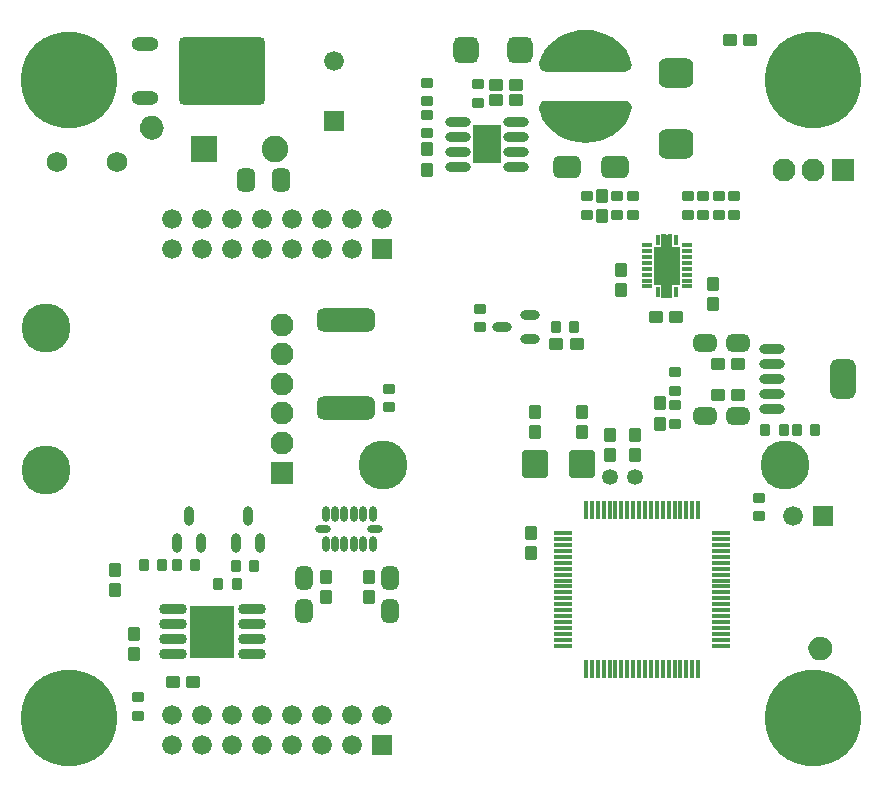
<source format=gts>
%FSLAX24Y24*%
%MOIN*%
G70*
G01*
G75*
G04 Layer_Color=8388736*
%ADD10C,0.0098*%
%ADD11C,0.0079*%
%ADD12C,0.0472*%
G04:AMPARAMS|DCode=13|XSize=189mil|YSize=70.9mil|CornerRadius=17.7mil|HoleSize=0mil|Usage=FLASHONLY|Rotation=180.000|XOffset=0mil|YOffset=0mil|HoleType=Round|Shape=RoundedRectangle|*
%AMROUNDEDRECTD13*
21,1,0.1890,0.0354,0,0,180.0*
21,1,0.1535,0.0709,0,0,180.0*
1,1,0.0354,-0.0768,0.0177*
1,1,0.0354,0.0768,0.0177*
1,1,0.0354,0.0768,-0.0177*
1,1,0.0354,-0.0768,-0.0177*
%
%ADD13ROUNDEDRECTD13*%
G04:AMPARAMS|DCode=14|XSize=41mil|YSize=36mil|CornerRadius=1.8mil|HoleSize=0mil|Usage=FLASHONLY|Rotation=180.000|XOffset=0mil|YOffset=0mil|HoleType=Round|Shape=RoundedRectangle|*
%AMROUNDEDRECTD14*
21,1,0.0410,0.0324,0,0,180.0*
21,1,0.0374,0.0360,0,0,180.0*
1,1,0.0036,-0.0187,0.0162*
1,1,0.0036,0.0187,0.0162*
1,1,0.0036,0.0187,-0.0162*
1,1,0.0036,-0.0187,-0.0162*
%
%ADD14ROUNDEDRECTD14*%
%ADD15O,0.0281X0.0591*%
%ADD16R,0.0906X0.1220*%
%ADD17O,0.0787X0.0295*%
G04:AMPARAMS|DCode=18|XSize=28mil|YSize=35.8mil|CornerRadius=2.8mil|HoleSize=0mil|Usage=FLASHONLY|Rotation=0.000|XOffset=0mil|YOffset=0mil|HoleType=Round|Shape=RoundedRectangle|*
%AMROUNDEDRECTD18*
21,1,0.0280,0.0302,0,0,0.0*
21,1,0.0224,0.0358,0,0,0.0*
1,1,0.0056,0.0112,-0.0151*
1,1,0.0056,-0.0112,-0.0151*
1,1,0.0056,-0.0112,0.0151*
1,1,0.0056,0.0112,0.0151*
%
%ADD18ROUNDEDRECTD18*%
G04:AMPARAMS|DCode=19|XSize=41mil|YSize=36mil|CornerRadius=1.8mil|HoleSize=0mil|Usage=FLASHONLY|Rotation=270.000|XOffset=0mil|YOffset=0mil|HoleType=Round|Shape=RoundedRectangle|*
%AMROUNDEDRECTD19*
21,1,0.0410,0.0324,0,0,270.0*
21,1,0.0374,0.0360,0,0,270.0*
1,1,0.0036,-0.0162,-0.0187*
1,1,0.0036,-0.0162,0.0187*
1,1,0.0036,0.0162,0.0187*
1,1,0.0036,0.0162,-0.0187*
%
%ADD19ROUNDEDRECTD19*%
G04:AMPARAMS|DCode=20|XSize=70.9mil|YSize=51.2mil|CornerRadius=12.8mil|HoleSize=0mil|Usage=FLASHONLY|Rotation=270.000|XOffset=0mil|YOffset=0mil|HoleType=Round|Shape=RoundedRectangle|*
%AMROUNDEDRECTD20*
21,1,0.0709,0.0256,0,0,270.0*
21,1,0.0453,0.0512,0,0,270.0*
1,1,0.0256,-0.0128,-0.0226*
1,1,0.0256,-0.0128,0.0226*
1,1,0.0256,0.0128,0.0226*
1,1,0.0256,0.0128,-0.0226*
%
%ADD20ROUNDEDRECTD20*%
G04:AMPARAMS|DCode=21|XSize=55.1mil|YSize=70.9mil|CornerRadius=13.8mil|HoleSize=0mil|Usage=FLASHONLY|Rotation=0.000|XOffset=0mil|YOffset=0mil|HoleType=Round|Shape=RoundedRectangle|*
%AMROUNDEDRECTD21*
21,1,0.0551,0.0433,0,0,0.0*
21,1,0.0276,0.0709,0,0,0.0*
1,1,0.0276,0.0138,-0.0217*
1,1,0.0276,-0.0138,-0.0217*
1,1,0.0276,-0.0138,0.0217*
1,1,0.0276,0.0138,0.0217*
%
%ADD21ROUNDEDRECTD21*%
G04:AMPARAMS|DCode=22|XSize=70.9mil|YSize=51.2mil|CornerRadius=12.8mil|HoleSize=0mil|Usage=FLASHONLY|Rotation=180.000|XOffset=0mil|YOffset=0mil|HoleType=Round|Shape=RoundedRectangle|*
%AMROUNDEDRECTD22*
21,1,0.0709,0.0256,0,0,180.0*
21,1,0.0453,0.0512,0,0,180.0*
1,1,0.0256,-0.0226,0.0128*
1,1,0.0256,0.0226,0.0128*
1,1,0.0256,0.0226,-0.0128*
1,1,0.0256,-0.0226,-0.0128*
%
%ADD22ROUNDEDRECTD22*%
G04:AMPARAMS|DCode=23|XSize=94.5mil|YSize=110.2mil|CornerRadius=23.6mil|HoleSize=0mil|Usage=FLASHONLY|Rotation=270.000|XOffset=0mil|YOffset=0mil|HoleType=Round|Shape=RoundedRectangle|*
%AMROUNDEDRECTD23*
21,1,0.0945,0.0630,0,0,270.0*
21,1,0.0472,0.1102,0,0,270.0*
1,1,0.0472,-0.0315,-0.0236*
1,1,0.0472,-0.0315,0.0236*
1,1,0.0472,0.0315,0.0236*
1,1,0.0472,0.0315,-0.0236*
%
%ADD23ROUNDEDRECTD23*%
%ADD24O,0.0217X0.0492*%
%ADD25O,0.0492X0.0217*%
G04:AMPARAMS|DCode=26|XSize=126mil|YSize=80.7mil|CornerRadius=20.2mil|HoleSize=0mil|Usage=FLASHONLY|Rotation=90.000|XOffset=0mil|YOffset=0mil|HoleType=Round|Shape=RoundedRectangle|*
%AMROUNDEDRECTD26*
21,1,0.1260,0.0404,0,0,90.0*
21,1,0.0856,0.0807,0,0,90.0*
1,1,0.0404,0.0202,0.0428*
1,1,0.0404,0.0202,-0.0428*
1,1,0.0404,-0.0202,-0.0428*
1,1,0.0404,-0.0202,0.0428*
%
%ADD26ROUNDEDRECTD26*%
%ADD27O,0.0807X0.0256*%
%ADD28O,0.0335X0.0118*%
%ADD29O,0.0118X0.0335*%
%ADD30R,0.0394X0.0787*%
%ADD31O,0.0118X0.0591*%
%ADD32O,0.0591X0.0118*%
%ADD33R,0.0394X0.0394*%
G04:AMPARAMS|DCode=34|XSize=90.6mil|YSize=82.7mil|CornerRadius=12.4mil|HoleSize=0mil|Usage=FLASHONLY|Rotation=270.000|XOffset=0mil|YOffset=0mil|HoleType=Round|Shape=RoundedRectangle|*
%AMROUNDEDRECTD34*
21,1,0.0906,0.0579,0,0,270.0*
21,1,0.0657,0.0827,0,0,270.0*
1,1,0.0248,-0.0289,-0.0329*
1,1,0.0248,-0.0289,0.0329*
1,1,0.0248,0.0289,0.0329*
1,1,0.0248,0.0289,-0.0329*
%
%ADD34ROUNDEDRECTD34*%
G04:AMPARAMS|DCode=35|XSize=28mil|YSize=35.8mil|CornerRadius=2.8mil|HoleSize=0mil|Usage=FLASHONLY|Rotation=90.000|XOffset=0mil|YOffset=0mil|HoleType=Round|Shape=RoundedRectangle|*
%AMROUNDEDRECTD35*
21,1,0.0280,0.0302,0,0,90.0*
21,1,0.0224,0.0358,0,0,90.0*
1,1,0.0056,0.0151,0.0112*
1,1,0.0056,0.0151,-0.0112*
1,1,0.0056,-0.0151,-0.0112*
1,1,0.0056,-0.0151,0.0112*
%
%ADD35ROUNDEDRECTD35*%
%ADD36O,0.0591X0.0281*%
G04:AMPARAMS|DCode=37|XSize=86.6mil|YSize=68.9mil|CornerRadius=17.2mil|HoleSize=0mil|Usage=FLASHONLY|Rotation=180.000|XOffset=0mil|YOffset=0mil|HoleType=Round|Shape=RoundedRectangle|*
%AMROUNDEDRECTD37*
21,1,0.0866,0.0344,0,0,180.0*
21,1,0.0522,0.0689,0,0,180.0*
1,1,0.0344,-0.0261,0.0172*
1,1,0.0344,0.0261,0.0172*
1,1,0.0344,0.0261,-0.0172*
1,1,0.0344,-0.0261,-0.0172*
%
%ADD37ROUNDEDRECTD37*%
G04:AMPARAMS|DCode=38|XSize=82.7mil|YSize=78.7mil|CornerRadius=19.7mil|HoleSize=0mil|Usage=FLASHONLY|Rotation=90.000|XOffset=0mil|YOffset=0mil|HoleType=Round|Shape=RoundedRectangle|*
%AMROUNDEDRECTD38*
21,1,0.0827,0.0394,0,0,90.0*
21,1,0.0433,0.0787,0,0,90.0*
1,1,0.0394,0.0197,0.0217*
1,1,0.0394,0.0197,-0.0217*
1,1,0.0394,-0.0197,-0.0217*
1,1,0.0394,-0.0197,0.0217*
%
%ADD38ROUNDEDRECTD38*%
%ADD39O,0.0846X0.0394*%
G04:AMPARAMS|DCode=40|XSize=279.5mil|YSize=218.5mil|CornerRadius=10.9mil|HoleSize=0mil|Usage=FLASHONLY|Rotation=0.000|XOffset=0mil|YOffset=0mil|HoleType=Round|Shape=RoundedRectangle|*
%AMROUNDEDRECTD40*
21,1,0.2795,0.1967,0,0,0.0*
21,1,0.2577,0.2185,0,0,0.0*
1,1,0.0219,0.1288,-0.0983*
1,1,0.0219,-0.1288,-0.0983*
1,1,0.0219,-0.1288,0.0983*
1,1,0.0219,0.1288,0.0983*
%
%ADD40ROUNDEDRECTD40*%
%ADD41R,0.1417X0.1693*%
%ADD42O,0.0866X0.0295*%
%ADD43C,0.0157*%
%ADD44C,0.0197*%
%ADD45C,0.0118*%
%ADD46C,0.0394*%
%ADD47C,0.0315*%
%ADD48C,0.0276*%
%ADD49C,0.0709*%
%ADD50R,0.0709X0.0709*%
%ADD51C,0.1575*%
%ADD52C,0.3150*%
%ADD53C,0.0600*%
%ADD54R,0.0600X0.0600*%
%ADD55C,0.0630*%
%ADD56C,0.0827*%
%ADD57R,0.0827X0.0827*%
%ADD58R,0.0600X0.0600*%
%ADD59R,0.0709X0.0709*%
%ADD60C,0.0315*%
%ADD61C,0.0394*%
%ADD62C,0.0236*%
%ADD63C,0.0400*%
%ADD64C,0.0872*%
G04:AMPARAMS|DCode=65|XSize=78.74mil|YSize=78.74mil|CornerRadius=0mil|HoleSize=0mil|Usage=FLASHONLY|Rotation=0.000|XOffset=0mil|YOffset=0mil|HoleType=Round|Shape=Relief|Width=10mil|Gap=7.9mil|Entries=4|*
%AMTHD65*
7,0,0,0.0787,0.0630,0.0100,45*
%
%ADD65THD65*%
%ADD66C,0.1975*%
%ADD67C,0.2959*%
G04:AMPARAMS|DCode=68|XSize=69.496mil|YSize=69.496mil|CornerRadius=0mil|HoleSize=0mil|Usage=FLASHONLY|Rotation=0.000|XOffset=0mil|YOffset=0mil|HoleType=Round|Shape=Relief|Width=10mil|Gap=7.9mil|Entries=4|*
%AMTHD68*
7,0,0,0.0695,0.0537,0.0100,45*
%
%ADD68THD68*%
%ADD69C,0.0780*%
%ADD70C,0.0794*%
G04:AMPARAMS|DCode=71|XSize=86.614mil|YSize=86.614mil|CornerRadius=0mil|HoleSize=0mil|Usage=FLASHONLY|Rotation=0.000|XOffset=0mil|YOffset=0mil|HoleType=Round|Shape=Relief|Width=10mil|Gap=7.9mil|Entries=4|*
%AMTHD71*
7,0,0,0.0866,0.0709,0.0100,45*
%
%ADD71THD71*%
%ADD72C,0.0951*%
%ADD73C,0.0636*%
G04:AMPARAMS|DCode=74|XSize=47.244mil|YSize=47.244mil|CornerRadius=0mil|HoleSize=0mil|Usage=FLASHONLY|Rotation=0.000|XOffset=0mil|YOffset=0mil|HoleType=Round|Shape=Relief|Width=10mil|Gap=7.9mil|Entries=4|*
%AMTHD74*
7,0,0,0.0472,0.0315,0.0100,45*
%
%ADD74THD74*%
%ADD75C,0.0557*%
%ADD76C,0.0597*%
%ADD77C,0.0518*%
G04:AMPARAMS|DCode=78|XSize=43.307mil|YSize=43.307mil|CornerRadius=0mil|HoleSize=0mil|Usage=FLASHONLY|Rotation=0.000|XOffset=0mil|YOffset=0mil|HoleType=Round|Shape=Relief|Width=10mil|Gap=7.9mil|Entries=4|*
%AMTHD78*
7,0,0,0.0433,0.0276,0.0100,45*
%
%ADD78THD78*%
G04:AMPARAMS|DCode=79|XSize=51.181mil|YSize=51.181mil|CornerRadius=0mil|HoleSize=0mil|Usage=FLASHONLY|Rotation=0.000|XOffset=0mil|YOffset=0mil|HoleType=Round|Shape=Relief|Width=10mil|Gap=7.9mil|Entries=4|*
%AMTHD79*
7,0,0,0.0512,0.0354,0.0100,45*
%
%ADD79THD79*%
G04:AMPARAMS|DCode=80|XSize=78.7mil|YSize=86.6mil|CornerRadius=19.7mil|HoleSize=0mil|Usage=FLASHONLY|Rotation=0.000|XOffset=0mil|YOffset=0mil|HoleType=Round|Shape=RoundedRectangle|*
%AMROUNDEDRECTD80*
21,1,0.0787,0.0472,0,0,0.0*
21,1,0.0394,0.0866,0,0,0.0*
1,1,0.0394,0.0197,-0.0236*
1,1,0.0394,-0.0197,-0.0236*
1,1,0.0394,-0.0197,0.0236*
1,1,0.0394,0.0197,0.0236*
%
%ADD80ROUNDEDRECTD80*%
G04:AMPARAMS|DCode=81|XSize=47.2mil|YSize=74.8mil|CornerRadius=11.8mil|HoleSize=0mil|Usage=FLASHONLY|Rotation=270.000|XOffset=0mil|YOffset=0mil|HoleType=Round|Shape=RoundedRectangle|*
%AMROUNDEDRECTD81*
21,1,0.0472,0.0512,0,0,270.0*
21,1,0.0236,0.0748,0,0,270.0*
1,1,0.0236,-0.0256,-0.0118*
1,1,0.0236,-0.0256,0.0118*
1,1,0.0236,0.0256,0.0118*
1,1,0.0236,0.0256,-0.0118*
%
%ADD81ROUNDEDRECTD81*%
G04:AMPARAMS|DCode=82|XSize=47.2mil|YSize=74.8mil|CornerRadius=11.8mil|HoleSize=0mil|Usage=FLASHONLY|Rotation=180.000|XOffset=0mil|YOffset=0mil|HoleType=Round|Shape=RoundedRectangle|*
%AMROUNDEDRECTD82*
21,1,0.0472,0.0512,0,0,180.0*
21,1,0.0236,0.0748,0,0,180.0*
1,1,0.0236,-0.0118,0.0256*
1,1,0.0236,0.0118,0.0256*
1,1,0.0236,0.0118,-0.0256*
1,1,0.0236,-0.0118,-0.0256*
%
%ADD82ROUNDEDRECTD82*%
G04:AMPARAMS|DCode=83|XSize=86.6mil|YSize=68.9mil|CornerRadius=17.2mil|HoleSize=0mil|Usage=FLASHONLY|Rotation=90.000|XOffset=0mil|YOffset=0mil|HoleType=Round|Shape=RoundedRectangle|*
%AMROUNDEDRECTD83*
21,1,0.0866,0.0344,0,0,90.0*
21,1,0.0522,0.0689,0,0,90.0*
1,1,0.0344,0.0172,0.0261*
1,1,0.0344,0.0172,-0.0261*
1,1,0.0344,-0.0172,-0.0261*
1,1,0.0344,-0.0172,0.0261*
%
%ADD83ROUNDEDRECTD83*%
G04:AMPARAMS|DCode=84|XSize=51.2mil|YSize=72mil|CornerRadius=2.6mil|HoleSize=0mil|Usage=FLASHONLY|Rotation=90.000|XOffset=0mil|YOffset=0mil|HoleType=Round|Shape=RoundedRectangle|*
%AMROUNDEDRECTD84*
21,1,0.0512,0.0669,0,0,90.0*
21,1,0.0461,0.0720,0,0,90.0*
1,1,0.0051,0.0335,0.0230*
1,1,0.0051,0.0335,-0.0230*
1,1,0.0051,-0.0335,-0.0230*
1,1,0.0051,-0.0335,0.0230*
%
%ADD84ROUNDEDRECTD84*%
%ADD85O,0.0295X0.0800*%
G04:AMPARAMS|DCode=86|XSize=110.2mil|YSize=47.2mil|CornerRadius=11.8mil|HoleSize=0mil|Usage=FLASHONLY|Rotation=270.000|XOffset=0mil|YOffset=0mil|HoleType=Round|Shape=RoundedRectangle|*
%AMROUNDEDRECTD86*
21,1,0.1102,0.0236,0,0,270.0*
21,1,0.0866,0.0472,0,0,270.0*
1,1,0.0236,-0.0118,-0.0433*
1,1,0.0236,-0.0118,0.0433*
1,1,0.0236,0.0118,0.0433*
1,1,0.0236,0.0118,-0.0433*
%
%ADD86ROUNDEDRECTD86*%
%ADD87C,0.0070*%
%ADD88C,0.0100*%
%ADD89C,0.0236*%
%ADD90C,0.0071*%
%ADD91C,0.0067*%
%ADD92C,0.0050*%
G04:AMPARAMS|DCode=93|XSize=195mil|YSize=76.8mil|CornerRadius=20.7mil|HoleSize=0mil|Usage=FLASHONLY|Rotation=180.000|XOffset=0mil|YOffset=0mil|HoleType=Round|Shape=RoundedRectangle|*
%AMROUNDEDRECTD93*
21,1,0.1950,0.0354,0,0,180.0*
21,1,0.1535,0.0768,0,0,180.0*
1,1,0.0414,-0.0768,0.0177*
1,1,0.0414,0.0768,0.0177*
1,1,0.0414,0.0768,-0.0177*
1,1,0.0414,-0.0768,-0.0177*
%
%ADD93ROUNDEDRECTD93*%
G04:AMPARAMS|DCode=94|XSize=47mil|YSize=42mil|CornerRadius=4.8mil|HoleSize=0mil|Usage=FLASHONLY|Rotation=180.000|XOffset=0mil|YOffset=0mil|HoleType=Round|Shape=RoundedRectangle|*
%AMROUNDEDRECTD94*
21,1,0.0470,0.0324,0,0,180.0*
21,1,0.0374,0.0420,0,0,180.0*
1,1,0.0096,-0.0187,0.0162*
1,1,0.0096,0.0187,0.0162*
1,1,0.0096,0.0187,-0.0162*
1,1,0.0096,-0.0187,-0.0162*
%
%ADD94ROUNDEDRECTD94*%
%ADD95O,0.0341X0.0650*%
%ADD96R,0.0965X0.1280*%
%ADD97O,0.0847X0.0355*%
G04:AMPARAMS|DCode=98|XSize=33.9mil|YSize=41.8mil|CornerRadius=5.8mil|HoleSize=0mil|Usage=FLASHONLY|Rotation=0.000|XOffset=0mil|YOffset=0mil|HoleType=Round|Shape=RoundedRectangle|*
%AMROUNDEDRECTD98*
21,1,0.0339,0.0302,0,0,0.0*
21,1,0.0224,0.0418,0,0,0.0*
1,1,0.0116,0.0112,-0.0151*
1,1,0.0116,-0.0112,-0.0151*
1,1,0.0116,-0.0112,0.0151*
1,1,0.0116,0.0112,0.0151*
%
%ADD98ROUNDEDRECTD98*%
G04:AMPARAMS|DCode=99|XSize=47mil|YSize=42mil|CornerRadius=4.8mil|HoleSize=0mil|Usage=FLASHONLY|Rotation=270.000|XOffset=0mil|YOffset=0mil|HoleType=Round|Shape=RoundedRectangle|*
%AMROUNDEDRECTD99*
21,1,0.0470,0.0324,0,0,270.0*
21,1,0.0374,0.0420,0,0,270.0*
1,1,0.0096,-0.0162,-0.0187*
1,1,0.0096,-0.0162,0.0187*
1,1,0.0096,0.0162,0.0187*
1,1,0.0096,0.0162,-0.0187*
%
%ADD99ROUNDEDRECTD99*%
G04:AMPARAMS|DCode=100|XSize=76.8mil|YSize=57.2mil|CornerRadius=15.8mil|HoleSize=0mil|Usage=FLASHONLY|Rotation=270.000|XOffset=0mil|YOffset=0mil|HoleType=Round|Shape=RoundedRectangle|*
%AMROUNDEDRECTD100*
21,1,0.0768,0.0256,0,0,270.0*
21,1,0.0453,0.0572,0,0,270.0*
1,1,0.0316,-0.0128,-0.0226*
1,1,0.0316,-0.0128,0.0226*
1,1,0.0316,0.0128,0.0226*
1,1,0.0316,0.0128,-0.0226*
%
%ADD100ROUNDEDRECTD100*%
G04:AMPARAMS|DCode=101|XSize=61.1mil|YSize=76.8mil|CornerRadius=16.8mil|HoleSize=0mil|Usage=FLASHONLY|Rotation=0.000|XOffset=0mil|YOffset=0mil|HoleType=Round|Shape=RoundedRectangle|*
%AMROUNDEDRECTD101*
21,1,0.0611,0.0433,0,0,0.0*
21,1,0.0276,0.0768,0,0,0.0*
1,1,0.0335,0.0138,-0.0217*
1,1,0.0335,-0.0138,-0.0217*
1,1,0.0335,-0.0138,0.0217*
1,1,0.0335,0.0138,0.0217*
%
%ADD101ROUNDEDRECTD101*%
G04:AMPARAMS|DCode=102|XSize=76.8mil|YSize=57.2mil|CornerRadius=15.8mil|HoleSize=0mil|Usage=FLASHONLY|Rotation=180.000|XOffset=0mil|YOffset=0mil|HoleType=Round|Shape=RoundedRectangle|*
%AMROUNDEDRECTD102*
21,1,0.0768,0.0256,0,0,180.0*
21,1,0.0453,0.0572,0,0,180.0*
1,1,0.0316,-0.0226,0.0128*
1,1,0.0316,0.0226,0.0128*
1,1,0.0316,0.0226,-0.0128*
1,1,0.0316,-0.0226,-0.0128*
%
%ADD102ROUNDEDRECTD102*%
G04:AMPARAMS|DCode=103|XSize=100.5mil|YSize=116.2mil|CornerRadius=26.6mil|HoleSize=0mil|Usage=FLASHONLY|Rotation=270.000|XOffset=0mil|YOffset=0mil|HoleType=Round|Shape=RoundedRectangle|*
%AMROUNDEDRECTD103*
21,1,0.1005,0.0630,0,0,270.0*
21,1,0.0472,0.1162,0,0,270.0*
1,1,0.0532,-0.0315,-0.0236*
1,1,0.0532,-0.0315,0.0236*
1,1,0.0532,0.0315,0.0236*
1,1,0.0532,0.0315,-0.0236*
%
%ADD103ROUNDEDRECTD103*%
%ADD104O,0.0256X0.0532*%
%ADD105O,0.0532X0.0256*%
G04:AMPARAMS|DCode=106|XSize=132mil|YSize=86.7mil|CornerRadius=23.2mil|HoleSize=0mil|Usage=FLASHONLY|Rotation=90.000|XOffset=0mil|YOffset=0mil|HoleType=Round|Shape=RoundedRectangle|*
%AMROUNDEDRECTD106*
21,1,0.1320,0.0404,0,0,90.0*
21,1,0.0856,0.0867,0,0,90.0*
1,1,0.0463,0.0202,0.0428*
1,1,0.0463,0.0202,-0.0428*
1,1,0.0463,-0.0202,-0.0428*
1,1,0.0463,-0.0202,0.0428*
%
%ADD106ROUNDEDRECTD106*%
%ADD107O,0.0867X0.0316*%
%ADD108O,0.0374X0.0157*%
%ADD109O,0.0157X0.0374*%
%ADD110O,0.0157X0.0630*%
%ADD111O,0.0630X0.0157*%
G04:AMPARAMS|DCode=112|XSize=96.5mil|YSize=88.7mil|CornerRadius=15.4mil|HoleSize=0mil|Usage=FLASHONLY|Rotation=270.000|XOffset=0mil|YOffset=0mil|HoleType=Round|Shape=RoundedRectangle|*
%AMROUNDEDRECTD112*
21,1,0.0965,0.0579,0,0,270.0*
21,1,0.0657,0.0887,0,0,270.0*
1,1,0.0308,-0.0289,-0.0329*
1,1,0.0308,-0.0289,0.0329*
1,1,0.0308,0.0289,0.0329*
1,1,0.0308,0.0289,-0.0329*
%
%ADD112ROUNDEDRECTD112*%
G04:AMPARAMS|DCode=113|XSize=33.9mil|YSize=41.8mil|CornerRadius=5.8mil|HoleSize=0mil|Usage=FLASHONLY|Rotation=90.000|XOffset=0mil|YOffset=0mil|HoleType=Round|Shape=RoundedRectangle|*
%AMROUNDEDRECTD113*
21,1,0.0339,0.0302,0,0,90.0*
21,1,0.0224,0.0418,0,0,90.0*
1,1,0.0116,0.0151,0.0112*
1,1,0.0116,0.0151,-0.0112*
1,1,0.0116,-0.0151,-0.0112*
1,1,0.0116,-0.0151,0.0112*
%
%ADD113ROUNDEDRECTD113*%
%ADD114O,0.0650X0.0341*%
G04:AMPARAMS|DCode=115|XSize=92.6mil|YSize=74.9mil|CornerRadius=20.2mil|HoleSize=0mil|Usage=FLASHONLY|Rotation=180.000|XOffset=0mil|YOffset=0mil|HoleType=Round|Shape=RoundedRectangle|*
%AMROUNDEDRECTD115*
21,1,0.0926,0.0344,0,0,180.0*
21,1,0.0522,0.0749,0,0,180.0*
1,1,0.0404,-0.0261,0.0172*
1,1,0.0404,0.0261,0.0172*
1,1,0.0404,0.0261,-0.0172*
1,1,0.0404,-0.0261,-0.0172*
%
%ADD115ROUNDEDRECTD115*%
G04:AMPARAMS|DCode=116|XSize=88.7mil|YSize=84.7mil|CornerRadius=22.7mil|HoleSize=0mil|Usage=FLASHONLY|Rotation=90.000|XOffset=0mil|YOffset=0mil|HoleType=Round|Shape=RoundedRectangle|*
%AMROUNDEDRECTD116*
21,1,0.0887,0.0394,0,0,90.0*
21,1,0.0433,0.0847,0,0,90.0*
1,1,0.0454,0.0197,0.0217*
1,1,0.0454,0.0197,-0.0217*
1,1,0.0454,-0.0197,-0.0217*
1,1,0.0454,-0.0197,0.0217*
%
%ADD116ROUNDEDRECTD116*%
%ADD117O,0.0906X0.0454*%
G04:AMPARAMS|DCode=118|XSize=285.5mil|YSize=224.5mil|CornerRadius=13.9mil|HoleSize=0mil|Usage=FLASHONLY|Rotation=0.000|XOffset=0mil|YOffset=0mil|HoleType=Round|Shape=RoundedRectangle|*
%AMROUNDEDRECTD118*
21,1,0.2855,0.1967,0,0,0.0*
21,1,0.2577,0.2245,0,0,0.0*
1,1,0.0278,0.1288,-0.0983*
1,1,0.0278,-0.1288,-0.0983*
1,1,0.0278,-0.1288,0.0983*
1,1,0.0278,0.1288,0.0983*
%
%ADD118ROUNDEDRECTD118*%
%ADD119R,0.1477X0.1753*%
%ADD120O,0.0926X0.0355*%
%ADD121C,0.0768*%
%ADD122R,0.0768X0.0768*%
%ADD123C,0.1635*%
%ADD124C,0.3209*%
%ADD125C,0.0660*%
%ADD126R,0.0660X0.0660*%
%ADD127C,0.0690*%
%ADD128C,0.0887*%
%ADD129R,0.0887X0.0887*%
%ADD130R,0.0660X0.0660*%
%ADD131R,0.0768X0.0768*%
%ADD132C,0.0532*%
G36*
X32492Y28154D02*
X32500Y28138D01*
X32504Y28126D01*
Y27728D01*
X32748D01*
X32760Y27720D01*
X32768Y27709D01*
Y26465D01*
X32760Y26453D01*
X32744Y26445D01*
X32504D01*
Y26039D01*
X32500Y26028D01*
X32492Y26016D01*
X32480Y26010D01*
X32382D01*
X32351Y26023D01*
X32339Y26053D01*
Y26295D01*
X32307D01*
Y26053D01*
X32294Y26023D01*
X32264Y26010D01*
X32165D01*
X32150Y26024D01*
X32142Y26047D01*
Y26445D01*
X31906D01*
X31886Y26449D01*
X31878Y26469D01*
Y27709D01*
X31886Y27720D01*
X31898Y27728D01*
X32142D01*
Y28138D01*
X32150Y28154D01*
X32165Y28163D01*
X32264D01*
X32294Y28151D01*
X32307Y28120D01*
Y27878D01*
X32339D01*
Y28120D01*
X32351Y28151D01*
X32382Y28163D01*
X32480D01*
X32492Y28154D01*
D02*
G37*
G36*
X37544Y14714D02*
X37639Y14675D01*
X37722Y14612D01*
X37785Y14529D01*
X37825Y14433D01*
X37838Y14331D01*
X37825Y14228D01*
X37785Y14132D01*
X37722Y14050D01*
X37639Y13987D01*
X37544Y13947D01*
X37441Y13934D01*
X37338Y13947D01*
X37242Y13987D01*
X37160Y14050D01*
X37097Y14132D01*
X37057Y14228D01*
X37044Y14331D01*
X37057Y14433D01*
X37097Y14529D01*
X37160Y14612D01*
X37242Y14675D01*
X37338Y14714D01*
X37441Y14728D01*
X37544Y14714D01*
D02*
G37*
G36*
X15260Y32076D02*
X15356Y32037D01*
X15438Y31974D01*
X15501Y31891D01*
X15541Y31796D01*
X15555Y31693D01*
X15541Y31590D01*
X15501Y31494D01*
X15438Y31412D01*
X15356Y31349D01*
X15260Y31309D01*
X15157Y31296D01*
X15055Y31309D01*
X14959Y31349D01*
X14877Y31412D01*
X14814Y31494D01*
X14774Y31590D01*
X14760Y31693D01*
X14774Y31796D01*
X14814Y31891D01*
X14877Y31974D01*
X14959Y32037D01*
X15055Y32076D01*
X15157Y32090D01*
X15260Y32076D01*
D02*
G37*
G36*
X29831Y34942D02*
X29834Y34940D01*
X29837Y34941D01*
X30056Y34897D01*
X30058Y34895D01*
X30061Y34895D01*
X30272Y34822D01*
X30274Y34820D01*
X30277Y34820D01*
X30476Y34720D01*
X30478Y34718D01*
X30481Y34717D01*
X30665Y34591D01*
X30667Y34589D01*
X30669Y34588D01*
X30835Y34439D01*
X30836Y34437D01*
X30837Y34437D01*
X30839Y34434D01*
X30840Y34433D01*
X30842Y34432D01*
X30947Y34305D01*
X30948Y34302D01*
X30951Y34300D01*
X31035Y34158D01*
X31036Y34155D01*
X31038Y34152D01*
X31099Y33999D01*
X31099Y33998D01*
X31101Y33996D01*
X31142Y33862D01*
X31142Y33858D01*
X31144Y33854D01*
X31153Y33781D01*
X31150Y33773D01*
X31151Y33765D01*
X31133Y33694D01*
X31128Y33688D01*
X31126Y33680D01*
X31082Y33621D01*
X31075Y33616D01*
X31070Y33610D01*
X31008Y33570D01*
X31000Y33569D01*
X30993Y33564D01*
X30921Y33551D01*
X30917Y33552D01*
X30913Y33550D01*
X28307D01*
X28303Y33552D01*
X28299Y33551D01*
X28225Y33565D01*
X28218Y33569D01*
X28210Y33571D01*
X28146Y33611D01*
X28141Y33618D01*
X28134Y33622D01*
X28090Y33683D01*
X28088Y33691D01*
X28083Y33698D01*
X28063Y33771D01*
X28064Y33779D01*
X28062Y33787D01*
X28071Y33862D01*
X28073Y33866D01*
X28073Y33870D01*
X28113Y33999D01*
X28114Y34001D01*
X28114Y34002D01*
X28175Y34153D01*
X28177Y34156D01*
X28178Y34159D01*
X28261Y34299D01*
X28264Y34301D01*
X28265Y34305D01*
X28369Y34430D01*
X28370Y34430D01*
X28371Y34432D01*
X28375Y34437D01*
X28377Y34437D01*
X28378Y34439D01*
X28543Y34588D01*
X28546Y34589D01*
X28548Y34591D01*
X28732Y34717D01*
X28735Y34718D01*
X28737Y34720D01*
X28936Y34820D01*
X28939Y34820D01*
X28941Y34822D01*
X29151Y34895D01*
X29155Y34895D01*
X29157Y34897D01*
X29375Y34941D01*
X29378Y34940D01*
X29381Y34942D01*
X29603Y34956D01*
X29606Y34956D01*
X29609Y34956D01*
X29831Y34942D01*
D02*
G37*
G36*
X30909Y32590D02*
X30913Y32591D01*
X30988Y32577D01*
X30994Y32572D01*
X31003Y32571D01*
X31067Y32531D01*
X31071Y32524D01*
X31078Y32520D01*
X31123Y32459D01*
X31125Y32451D01*
X31130Y32444D01*
X31149Y32371D01*
X31148Y32363D01*
X31151Y32355D01*
X31142Y32280D01*
X31140Y32276D01*
X31140Y32272D01*
X31100Y32142D01*
X31098Y32141D01*
X31098Y32139D01*
X31038Y31988D01*
X31035Y31986D01*
X31035Y31982D01*
X30952Y31843D01*
X30949Y31841D01*
X30948Y31837D01*
X30844Y31712D01*
X30842Y31711D01*
X30842Y31710D01*
X30837Y31705D01*
X30836Y31704D01*
X30835Y31703D01*
X30669Y31554D01*
X30667Y31553D01*
X30665Y31550D01*
X30481Y31425D01*
X30478Y31424D01*
X30476Y31422D01*
X30277Y31322D01*
X30274Y31321D01*
X30272Y31319D01*
X30061Y31247D01*
X30058Y31247D01*
X30056Y31245D01*
X29837Y31201D01*
X29834Y31201D01*
X29831Y31200D01*
X29609Y31185D01*
X29606Y31186D01*
X29603Y31185D01*
X29381Y31200D01*
X29378Y31201D01*
X29375Y31201D01*
X29157Y31245D01*
X29155Y31247D01*
X29151Y31247D01*
X28941Y31319D01*
X28939Y31321D01*
X28936Y31322D01*
X28737Y31422D01*
X28735Y31424D01*
X28732Y31425D01*
X28548Y31550D01*
X28546Y31553D01*
X28543Y31554D01*
X28378Y31703D01*
X28377Y31704D01*
X28375Y31705D01*
X28373Y31707D01*
X28373Y31709D01*
X28371Y31710D01*
X28266Y31837D01*
X28265Y31840D01*
X28262Y31842D01*
X28177Y31983D01*
X28177Y31987D01*
X28175Y31989D01*
X28113Y32142D01*
X28113Y32144D01*
X28112Y32145D01*
X28070Y32280D01*
X28071Y32284D01*
X28068Y32287D01*
X28060Y32360D01*
X28062Y32368D01*
X28061Y32376D01*
X28080Y32447D01*
X28085Y32454D01*
X28087Y32462D01*
X28130Y32521D01*
X28137Y32525D01*
X28142Y32532D01*
X28204Y32571D01*
X28212Y32573D01*
X28219Y32577D01*
X28291Y32591D01*
X28296Y32590D01*
X28299Y32592D01*
X30905D01*
X30909Y32590D01*
D02*
G37*
D93*
X21614Y22362D02*
D03*
Y25276D02*
D03*
D94*
X26634Y33110D02*
D03*
X27304D02*
D03*
X16516Y13228D02*
D03*
X15846D02*
D03*
X26634Y32598D02*
D03*
X27304D02*
D03*
X29311Y24488D02*
D03*
X28641D02*
D03*
X34705Y22795D02*
D03*
X34035D02*
D03*
X34705Y23819D02*
D03*
X34035D02*
D03*
X35099Y34606D02*
D03*
X34429D02*
D03*
X31948Y25394D02*
D03*
X32618D02*
D03*
D95*
X16384Y18750D02*
D03*
X16784Y17840D02*
D03*
X15984D02*
D03*
X18353Y18750D02*
D03*
X18753Y17840D02*
D03*
X17953D02*
D03*
D96*
X26339Y31142D02*
D03*
D97*
X25374Y30392D02*
D03*
Y30892D02*
D03*
Y31392D02*
D03*
Y31892D02*
D03*
X27303Y30892D02*
D03*
Y30392D02*
D03*
Y31892D02*
D03*
Y31392D02*
D03*
D98*
X14892Y17126D02*
D03*
X15502D02*
D03*
X17372Y16496D02*
D03*
X17982D02*
D03*
X17963Y17087D02*
D03*
X18573D02*
D03*
X28632Y25039D02*
D03*
X29242D02*
D03*
X15994Y17126D02*
D03*
X16604D02*
D03*
X36211Y21614D02*
D03*
X35601D02*
D03*
X37273D02*
D03*
X36663D02*
D03*
D99*
X29488Y21555D02*
D03*
Y22225D02*
D03*
X27913Y21555D02*
D03*
Y22225D02*
D03*
X31260Y20767D02*
D03*
Y21437D02*
D03*
X30433Y20767D02*
D03*
Y21437D02*
D03*
X27795Y18170D02*
D03*
Y17500D02*
D03*
X20945Y16713D02*
D03*
Y16043D02*
D03*
X14567Y14153D02*
D03*
Y14823D02*
D03*
X22402Y16713D02*
D03*
Y16043D02*
D03*
X24331Y30965D02*
D03*
Y30295D02*
D03*
X32087Y22500D02*
D03*
Y21830D02*
D03*
X33858Y25807D02*
D03*
Y26477D02*
D03*
X30787Y26279D02*
D03*
Y26949D02*
D03*
X30157Y29429D02*
D03*
Y28759D02*
D03*
X13937Y16279D02*
D03*
Y16949D02*
D03*
D100*
X20236Y15593D02*
D03*
Y16693D02*
D03*
X23110Y15593D02*
D03*
Y16693D02*
D03*
D101*
X18307Y29961D02*
D03*
X19449D02*
D03*
D102*
X33585Y22087D02*
D03*
X34685D02*
D03*
X33585Y24528D02*
D03*
X34685D02*
D03*
D103*
X32638Y33503D02*
D03*
Y31143D02*
D03*
D104*
X22205Y17815D02*
D03*
X22520D02*
D03*
X20945D02*
D03*
X21260D02*
D03*
X21575D02*
D03*
X21890D02*
D03*
X22520Y18799D02*
D03*
X22205D02*
D03*
X21890D02*
D03*
X21575D02*
D03*
X21260D02*
D03*
X20945D02*
D03*
D105*
X22598Y18307D02*
D03*
X20866D02*
D03*
D106*
X38189Y23307D02*
D03*
D107*
X35827D02*
D03*
Y23807D02*
D03*
Y24307D02*
D03*
Y22307D02*
D03*
Y22807D02*
D03*
D108*
X32992Y26398D02*
D03*
Y26594D02*
D03*
Y26791D02*
D03*
Y26988D02*
D03*
Y27185D02*
D03*
Y27382D02*
D03*
Y27579D02*
D03*
Y27776D02*
D03*
X31654D02*
D03*
Y27579D02*
D03*
Y27382D02*
D03*
Y27185D02*
D03*
Y26988D02*
D03*
Y26791D02*
D03*
Y26594D02*
D03*
Y26398D02*
D03*
D109*
X32618Y27953D02*
D03*
X32028D02*
D03*
X32618Y26220D02*
D03*
X32028D02*
D03*
D110*
X31201Y18937D02*
D03*
X31004D02*
D03*
X30807D02*
D03*
X30610D02*
D03*
X30413D02*
D03*
X30217D02*
D03*
X30020D02*
D03*
X29823D02*
D03*
X29626D02*
D03*
X33366D02*
D03*
X33169D02*
D03*
X32972D02*
D03*
X32776D02*
D03*
X32579D02*
D03*
X32382D02*
D03*
X32185D02*
D03*
X31988D02*
D03*
X31791D02*
D03*
X29626Y13661D02*
D03*
X29823D02*
D03*
X30020D02*
D03*
X30217D02*
D03*
X30413D02*
D03*
X30610D02*
D03*
X30807D02*
D03*
X31004D02*
D03*
X31201D02*
D03*
X31791D02*
D03*
X31988D02*
D03*
X32185D02*
D03*
X32382D02*
D03*
X32579D02*
D03*
X32776D02*
D03*
X32972D02*
D03*
X33169D02*
D03*
X33366D02*
D03*
X31594Y18937D02*
D03*
X31398D02*
D03*
Y13661D02*
D03*
X31594D02*
D03*
D111*
X28858Y17972D02*
D03*
Y17776D02*
D03*
Y17579D02*
D03*
Y17382D02*
D03*
Y17185D02*
D03*
Y16988D02*
D03*
Y16791D02*
D03*
Y16594D02*
D03*
Y16398D02*
D03*
Y16201D02*
D03*
Y16004D02*
D03*
Y15807D02*
D03*
Y15610D02*
D03*
X34134D02*
D03*
Y15807D02*
D03*
Y16004D02*
D03*
Y16201D02*
D03*
Y16398D02*
D03*
Y16594D02*
D03*
Y16791D02*
D03*
Y16988D02*
D03*
Y17185D02*
D03*
Y17382D02*
D03*
Y17579D02*
D03*
Y17776D02*
D03*
Y17972D02*
D03*
X28858Y15020D02*
D03*
Y14823D02*
D03*
Y14626D02*
D03*
Y14429D02*
D03*
X34134D02*
D03*
Y14626D02*
D03*
Y14823D02*
D03*
Y15020D02*
D03*
X28858Y18169D02*
D03*
Y15413D02*
D03*
Y15217D02*
D03*
X34134D02*
D03*
Y15413D02*
D03*
Y18169D02*
D03*
D112*
X27913Y20472D02*
D03*
X29488D02*
D03*
D113*
X35394Y18750D02*
D03*
Y19360D02*
D03*
X14685Y12097D02*
D03*
Y12707D02*
D03*
X23071Y22372D02*
D03*
Y22982D02*
D03*
X26102Y25049D02*
D03*
Y25659D02*
D03*
X32598Y22923D02*
D03*
Y23533D02*
D03*
X32598Y22431D02*
D03*
Y21821D02*
D03*
X24331Y31506D02*
D03*
Y32116D02*
D03*
Y32569D02*
D03*
Y33179D02*
D03*
X26024Y33140D02*
D03*
Y32530D02*
D03*
X29646Y29399D02*
D03*
Y28789D02*
D03*
X34567Y29399D02*
D03*
Y28789D02*
D03*
X33543Y29399D02*
D03*
Y28789D02*
D03*
X34055Y29399D02*
D03*
Y28789D02*
D03*
X31181Y29399D02*
D03*
Y28789D02*
D03*
X33031Y29399D02*
D03*
Y28789D02*
D03*
X30669Y29399D02*
D03*
Y28789D02*
D03*
D114*
X26841Y25046D02*
D03*
X27751Y24646D02*
D03*
Y25446D02*
D03*
D115*
X30610Y30394D02*
D03*
X28996D02*
D03*
D116*
X25630Y34291D02*
D03*
X27441D02*
D03*
D117*
X14921Y32685D02*
D03*
Y34480D02*
D03*
D118*
X17480Y33583D02*
D03*
D119*
X17165Y14882D02*
D03*
D120*
X15845Y15132D02*
D03*
X18485D02*
D03*
X15845Y14132D02*
D03*
Y14632D02*
D03*
Y15632D02*
D03*
X18485Y14132D02*
D03*
Y14632D02*
D03*
Y15632D02*
D03*
D121*
X19488Y21181D02*
D03*
Y22165D02*
D03*
Y23150D02*
D03*
Y24134D02*
D03*
Y25118D02*
D03*
X37205Y30276D02*
D03*
X36220D02*
D03*
D122*
X19488Y20197D02*
D03*
D123*
X36260Y20433D02*
D03*
X22874D02*
D03*
X11614Y25000D02*
D03*
Y20276D02*
D03*
D124*
X37205Y33268D02*
D03*
Y12008D02*
D03*
X12402D02*
D03*
Y33268D02*
D03*
D125*
X21220Y33929D02*
D03*
X16835Y12102D02*
D03*
X19835D02*
D03*
X22835D02*
D03*
X16835Y11102D02*
D03*
X19835D02*
D03*
X15835Y12102D02*
D03*
X17835D02*
D03*
X18835D02*
D03*
X20835D02*
D03*
X21835D02*
D03*
X15835Y11102D02*
D03*
X17835D02*
D03*
X18835D02*
D03*
X20835D02*
D03*
X21835D02*
D03*
X16835Y28638D02*
D03*
X19835D02*
D03*
X22835D02*
D03*
X16835Y27638D02*
D03*
X19835D02*
D03*
X15835Y28638D02*
D03*
X17835D02*
D03*
X18835D02*
D03*
X20835D02*
D03*
X21835D02*
D03*
X15835Y27638D02*
D03*
X17835D02*
D03*
X18835D02*
D03*
X20835D02*
D03*
X21835D02*
D03*
X36520Y18740D02*
D03*
D126*
X21220Y31929D02*
D03*
D127*
X12008Y30551D02*
D03*
X14008D02*
D03*
D128*
X19252Y30984D02*
D03*
D129*
X16890D02*
D03*
D130*
X22835Y11102D02*
D03*
Y27638D02*
D03*
X37520Y18740D02*
D03*
D131*
X38189Y30276D02*
D03*
D132*
X30433Y20039D02*
D03*
X31260D02*
D03*
M02*

</source>
